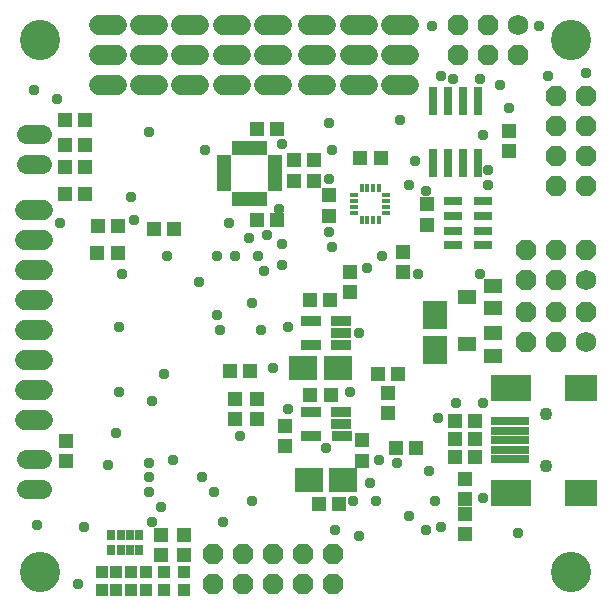
<source format=gts>
G75*
G70*
%OFA0B0*%
%FSLAX24Y24*%
%IPPOS*%
%LPD*%
%AMOC8*
5,1,8,0,0,1.08239X$1,22.5*
%
%ADD10C,0.1340*%
%ADD11R,0.0671X0.0356*%
%ADD12R,0.1064X0.0867*%
%ADD13R,0.1379X0.0867*%
%ADD14R,0.1300X0.0277*%
%ADD15C,0.0434*%
%ADD16R,0.0474X0.0513*%
%ADD17R,0.0513X0.0474*%
%ADD18R,0.0493X0.0505*%
%ADD19R,0.0789X0.0926*%
%ADD20R,0.0926X0.0789*%
%ADD21R,0.0395X0.0395*%
%ADD22C,0.0620*%
%ADD23R,0.0631X0.0474*%
%ADD24OC8,0.0680*%
%ADD25R,0.0505X0.0493*%
%ADD26C,0.0680*%
%ADD27R,0.0316X0.0178*%
%ADD28R,0.0178X0.0316*%
%ADD29R,0.0218X0.0474*%
%ADD30R,0.0474X0.0218*%
%ADD31R,0.0631X0.0316*%
%ADD32R,0.0277X0.0336*%
%ADD33C,0.0680*%
%ADD34R,0.0316X0.0946*%
%ADD35C,0.0377*%
D10*
X001614Y001819D03*
X001614Y019535D03*
X019330Y019535D03*
X019330Y001819D03*
D11*
X011676Y006347D03*
X011674Y006741D03*
X011672Y007134D03*
X010650Y007131D03*
X010653Y006348D03*
X010651Y009394D03*
X010648Y010177D03*
X011669Y010179D03*
X011672Y009787D03*
X011674Y009392D03*
D12*
X019657Y007952D03*
X019657Y004448D03*
D13*
X017334Y004448D03*
X017334Y007952D03*
D14*
X017295Y006830D03*
X017295Y006515D03*
X017295Y006200D03*
X017295Y005885D03*
X017295Y005570D03*
D15*
X018476Y005334D03*
X018476Y007067D03*
D16*
X016122Y006840D03*
X016123Y006247D03*
X016120Y005658D03*
X015451Y005658D03*
X015453Y006247D03*
X015453Y006840D03*
X014153Y005952D03*
X013484Y005952D03*
X013562Y008413D03*
X012893Y008413D03*
X008641Y008511D03*
X007972Y008511D03*
X006081Y013230D03*
X005412Y013230D03*
X004212Y013336D03*
X003543Y013336D03*
X003125Y016047D03*
X002456Y016047D03*
X002460Y016877D03*
X003129Y016877D03*
D17*
X011948Y011799D03*
X011948Y011130D03*
X013720Y011819D03*
X013720Y012488D03*
X017263Y015854D03*
X017263Y016523D03*
X013225Y007764D03*
X013225Y007095D03*
X015782Y004906D03*
X015782Y004237D03*
X015787Y003734D03*
X015787Y003065D03*
X009783Y006011D03*
X009783Y006681D03*
X008110Y006897D03*
X008110Y007567D03*
X006436Y003039D03*
X006436Y002370D03*
X005648Y002371D03*
X005648Y003040D03*
X002499Y005520D03*
X002499Y006189D03*
D18*
X003533Y012449D03*
X004222Y012449D03*
X003139Y014420D03*
X002450Y014420D03*
X002450Y015302D03*
X003139Y015302D03*
X008847Y016584D03*
X009536Y016584D03*
X012292Y015603D03*
X012981Y015603D03*
X009536Y013529D03*
X008847Y013529D03*
X010618Y010873D03*
X011307Y010873D03*
X011309Y007724D03*
X010620Y007724D03*
X010913Y004084D03*
X011602Y004084D03*
D19*
X014798Y009201D03*
X014798Y010363D03*
D20*
X011544Y008609D03*
X010383Y008609D03*
X010577Y004868D03*
X011738Y004868D03*
D21*
X006435Y001818D03*
X006435Y001227D03*
X005747Y001228D03*
X005157Y001228D03*
X004664Y001228D03*
X004173Y001228D03*
X003680Y001228D03*
X003680Y001819D03*
X004173Y001819D03*
X004664Y001818D03*
X005157Y001819D03*
X005747Y001819D03*
D22*
X001682Y004564D02*
X001142Y004564D01*
X001142Y005564D02*
X001682Y005564D01*
X001685Y015395D02*
X001145Y015395D01*
X001145Y016395D02*
X001685Y016395D01*
D23*
X015845Y010971D03*
X016711Y011345D03*
X016711Y010597D03*
X016713Y009772D03*
X016713Y009024D03*
X015847Y009398D03*
D24*
X017838Y009488D03*
X017838Y010488D03*
X018838Y010488D03*
X018838Y009488D03*
X019838Y010488D03*
X018838Y011555D03*
X018838Y012555D03*
X019838Y012555D03*
X017838Y012555D03*
X017838Y011555D03*
X018830Y014689D03*
X018830Y015689D03*
X018830Y016689D03*
X018830Y017689D03*
X019830Y017689D03*
X019830Y016689D03*
X019830Y015689D03*
X019830Y014689D03*
X017574Y019035D03*
X016574Y019035D03*
X015574Y019035D03*
X015574Y020035D03*
X016574Y020035D03*
X011390Y002417D03*
X010390Y002417D03*
X009390Y002417D03*
X008390Y002417D03*
X007390Y002417D03*
X007390Y001417D03*
X008390Y001417D03*
X009390Y001417D03*
X010390Y001417D03*
X011390Y001417D03*
D25*
X012343Y005508D03*
X012343Y006197D03*
X008850Y006895D03*
X008850Y007584D03*
X014509Y013383D03*
X014509Y014072D03*
X011259Y014366D03*
X011259Y013677D03*
X010767Y014860D03*
X010767Y015549D03*
X010078Y015549D03*
X010078Y014860D03*
D26*
X009688Y018043D02*
X009088Y018043D01*
X008311Y018043D02*
X007711Y018043D01*
X006933Y018044D02*
X006333Y018044D01*
X005555Y018043D02*
X004955Y018043D01*
X004177Y018042D02*
X003577Y018042D01*
X003577Y019042D02*
X004177Y019042D01*
X004955Y019043D02*
X005555Y019043D01*
X006333Y019044D02*
X006933Y019044D01*
X007711Y019043D02*
X008311Y019043D01*
X009088Y019043D02*
X009688Y019043D01*
X010566Y019043D02*
X011166Y019043D01*
X011943Y019043D02*
X012543Y019043D01*
X013322Y019043D02*
X013922Y019043D01*
X013922Y020043D02*
X013322Y020043D01*
X012543Y020043D02*
X011943Y020043D01*
X011166Y020043D02*
X010566Y020043D01*
X009688Y020043D02*
X009088Y020043D01*
X008311Y020043D02*
X007711Y020043D01*
X006933Y020044D02*
X006333Y020044D01*
X005555Y020043D02*
X004955Y020043D01*
X004177Y020042D02*
X003577Y020042D01*
X001717Y013881D02*
X001117Y013881D01*
X001117Y012881D02*
X001717Y012881D01*
X001717Y011881D02*
X001117Y011881D01*
X001117Y010881D02*
X001717Y010881D01*
X001717Y009881D02*
X001117Y009881D01*
X001117Y008881D02*
X001717Y008881D01*
X001717Y007881D02*
X001117Y007881D01*
X001117Y006881D02*
X001717Y006881D01*
X010566Y018043D02*
X011166Y018043D01*
X011943Y018043D02*
X012543Y018043D01*
X013322Y018043D02*
X013922Y018043D01*
D27*
X013170Y014378D03*
X013170Y014181D03*
X013170Y013984D03*
X013170Y013787D03*
X012107Y013787D03*
X012107Y013984D03*
X012107Y014181D03*
X012107Y014378D03*
D28*
X012362Y014614D03*
X012540Y014614D03*
X012736Y014614D03*
X012933Y014614D03*
X012933Y013551D03*
X012736Y013551D03*
X012540Y013551D03*
X012343Y013551D03*
D29*
X009094Y014260D03*
X008897Y014260D03*
X008700Y014260D03*
X008503Y014260D03*
X008306Y014260D03*
X008110Y014260D03*
X008110Y015953D03*
X008306Y015953D03*
X008503Y015953D03*
X008700Y015953D03*
X008897Y015953D03*
X009094Y015953D03*
D30*
X009448Y015599D03*
X009448Y015402D03*
X009448Y015205D03*
X009448Y015008D03*
X009448Y014811D03*
X009448Y014614D03*
X007755Y014614D03*
X007755Y014811D03*
X007755Y015008D03*
X007755Y015205D03*
X007755Y015402D03*
X007755Y015599D03*
D31*
X015393Y014176D03*
X015393Y013684D03*
X015393Y013192D03*
X015393Y012699D03*
X016377Y012699D03*
X016377Y013192D03*
X016377Y013684D03*
X016377Y014176D03*
D32*
X004940Y003049D03*
X004625Y003049D03*
X004310Y003049D03*
X003995Y003049D03*
X003995Y002557D03*
X004310Y002557D03*
X004625Y002557D03*
X004940Y002557D03*
D33*
X019838Y009488D03*
X019838Y011555D03*
X017574Y020035D03*
D34*
X016241Y017507D03*
X015741Y017507D03*
X015241Y017507D03*
X014741Y017507D03*
X014741Y015460D03*
X015241Y015460D03*
X015741Y015460D03*
X016241Y015460D03*
D35*
X016574Y015204D03*
X016574Y014712D03*
X016377Y016385D03*
X017263Y017271D03*
X016968Y018059D03*
X016279Y018256D03*
X015393Y018256D03*
X014999Y018354D03*
X013621Y016878D03*
X014114Y015500D03*
X013917Y014712D03*
X014507Y014515D03*
X013031Y012350D03*
X012539Y011956D03*
X011358Y012645D03*
X011259Y013137D03*
X009684Y012744D03*
X009192Y013039D03*
X008602Y012941D03*
X008897Y012350D03*
X009094Y011858D03*
X009684Y012055D03*
X008700Y010775D03*
X008995Y009889D03*
X009881Y009988D03*
X009389Y008610D03*
X009881Y007232D03*
X011161Y005952D03*
X012637Y004771D03*
X012834Y004181D03*
X012047Y004181D03*
X011456Y003196D03*
X012243Y003000D03*
X013917Y003689D03*
X014507Y003196D03*
X014999Y003295D03*
X014802Y004181D03*
X014606Y005165D03*
X013523Y005460D03*
X012932Y005559D03*
X014901Y006937D03*
X015491Y007429D03*
X016377Y007429D03*
X016377Y004279D03*
X017558Y003098D03*
X011948Y007822D03*
X012243Y009791D03*
X014212Y011759D03*
X016279Y011759D03*
X011358Y015893D03*
X011259Y014909D03*
X009586Y013925D03*
X008110Y012350D03*
X007519Y012350D03*
X006928Y011464D03*
X007519Y010381D03*
X007617Y009889D03*
X005747Y008413D03*
X005354Y007527D03*
X004271Y007822D03*
X004173Y006444D03*
X003877Y005362D03*
X005255Y005460D03*
X005255Y004968D03*
X005255Y004476D03*
X005649Y003984D03*
X005354Y003492D03*
X007027Y004968D03*
X007421Y004476D03*
X007716Y003492D03*
X008700Y004181D03*
X008306Y006346D03*
X006043Y005559D03*
X003090Y003295D03*
X001515Y003393D03*
X002893Y001425D03*
X004271Y009988D03*
X004369Y011759D03*
X005846Y012350D03*
X004763Y013531D03*
X004665Y014319D03*
X005255Y016484D03*
X007125Y015893D03*
X007913Y013433D03*
X009684Y016090D03*
X011259Y016779D03*
X014704Y020027D03*
X018247Y020027D03*
X018543Y018354D03*
X019822Y018452D03*
X002204Y017567D03*
X001417Y017862D03*
X002302Y013433D03*
M02*

</source>
